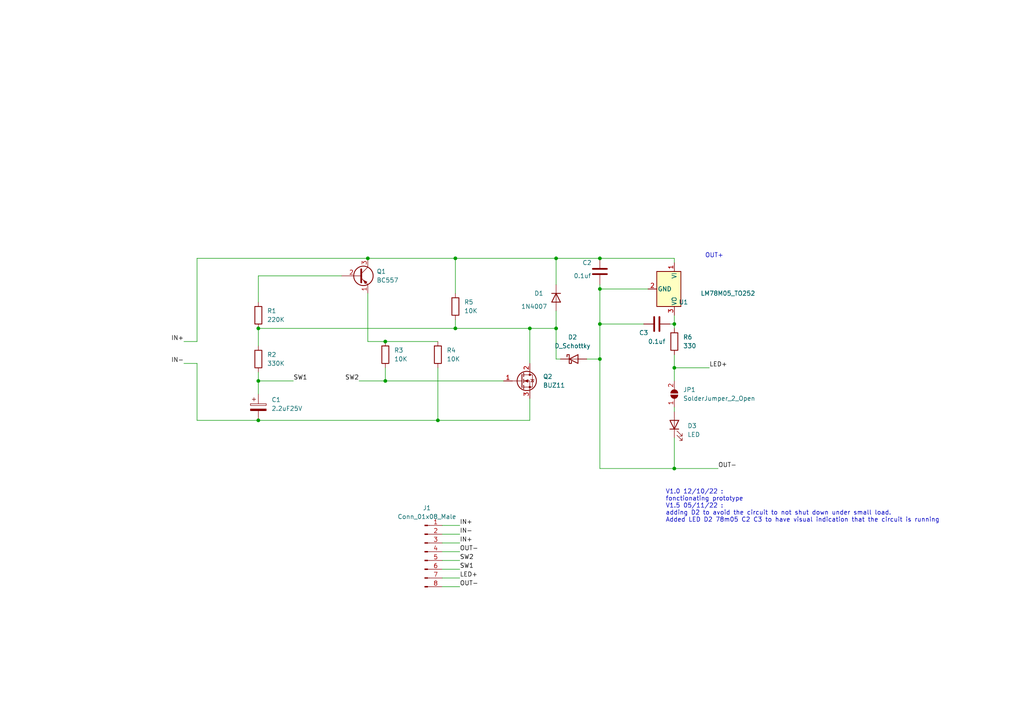
<source format=kicad_sch>
(kicad_sch (version 20211123) (generator eeschema)
  (paper "A4")
  (lib_symbols
    (symbol "Connector:Conn_01x08_Male" (pin_names (offset 1.016) hide)
      (property "Reference" "J" (at 0 10.16 0))
      (property "Value" "Conn_01x08_Male" (at 0 -12.7 0))
      (symbol "Conn_01x08_Male_1_1"
        (polyline (pts (xy 1.27 -10.16) (xy 0.8636 -10.16)) (stroke (width 0.1524)))
        (polyline (pts (xy 1.27 -7.62) (xy 0.8636 -7.62)) (stroke (width 0.1524)))
        (polyline (pts (xy 1.27 -5.08) (xy 0.8636 -5.08)) (stroke (width 0.1524)))
        (polyline (pts (xy 1.27 -2.54) (xy 0.8636 -2.54)) (stroke (width 0.1524)))
        (polyline (pts (xy 1.27 0) (xy 0.8636 0)) (stroke (width 0.1524)))
        (polyline (pts (xy 1.27 2.54) (xy 0.8636 2.54)) (stroke (width 0.1524)))
        (polyline (pts (xy 1.27 5.08) (xy 0.8636 5.08)) (stroke (width 0.1524)))
        (polyline (pts (xy 1.27 7.62) (xy 0.8636 7.62)) (stroke (width 0.1524)))
        (rectangle (start 0.8636 -10.033) (end 0 -10.287) (stroke (width 0.1524)) (fill (type outline)))
        (rectangle (start 0.8636 -7.493) (end 0 -7.747) (stroke (width 0.1524)) (fill (type outline)))
        (rectangle (start 0.8636 -4.953) (end 0 -5.207) (stroke (width 0.1524)) (fill (type outline)))
        (rectangle (start 0.8636 -2.413) (end 0 -2.667) (stroke (width 0.1524)) (fill (type outline)))
        (rectangle (start 0.8636 0.127) (end 0 -0.127) (stroke (width 0.1524)) (fill (type outline)))
        (rectangle (start 0.8636 2.667) (end 0 2.413) (stroke (width 0.1524)) (fill (type outline)))
        (rectangle (start 0.8636 5.207) (end 0 4.953) (stroke (width 0.1524)) (fill (type outline)))
        (rectangle (start 0.8636 7.747) (end 0 7.493) (stroke (width 0.1524)) (fill (type outline)))
        (pin passive line (at 5.08 7.62 180) (length 3.81) (name "Pin_1") (number "1"))
        (pin passive line (at 5.08 5.08 180) (length 3.81) (name "Pin_2") (number "2"))
        (pin passive line (at 5.08 2.54 180) (length 3.81) (name "Pin_3") (number "3"))
        (pin passive line (at 5.08 0 180) (length 3.81) (name "Pin_4") (number "4"))
        (pin passive line (at 5.08 -2.54 180) (length 3.81) (name "Pin_5") (number "5"))
        (pin passive line (at 5.08 -5.08 180) (length 3.81) (name "Pin_6") (number "6"))
        (pin passive line (at 5.08 -7.62 180) (length 3.81) (name "Pin_7") (number "7"))
        (pin passive line (at 5.08 -10.16 180) (length 3.81) (name "Pin_8") (number "8"))
      )
    )
    (symbol "Device:C" (pin_numbers hide) (pin_names (offset 0.254))
      (property "Reference" "C" (at 0.635 2.54 0))
      (property "Value" "C" (at 0.635 -2.54 0))
      (symbol "C_0_1"
        (polyline (pts (xy -2.032 -0.762) (xy 2.032 -0.762)) (stroke (width 0.508)))
        (polyline (pts (xy -2.032 0.762) (xy 2.032 0.762)) (stroke (width 0.508)))
      )
      (symbol "C_1_1"
        (pin passive line (at 0 3.81 270) (length 2.794) (name "~") (number "1"))
        (pin passive line (at 0 -3.81 90) (length 2.794) (name "~") (number "2"))
      )
    )
    (symbol "Device:C_Polarized" (pin_numbers hide) (pin_names (offset 0.254))
      (property "Reference" "C" (at 0.635 2.54 0))
      (property "Value" "C_Polarized" (at 0.635 -2.54 0))
      (symbol "C_Polarized_0_1"
        (rectangle (start -2.286 0.508) (end 2.286 1.016))
        (polyline (pts (xy -1.778 2.286) (xy -0.762 2.286)))
        (polyline (pts (xy -1.27 2.794) (xy -1.27 1.778)))
        (rectangle (start 2.286 -0.508) (end -2.286 -1.016) (fill (type outline)))
      )
      (symbol "C_Polarized_1_1"
        (pin passive line (at 0 3.81 270) (length 2.794) (name "~") (number "1"))
        (pin passive line (at 0 -3.81 90) (length 2.794) (name "~") (number "2"))
      )
    )
    (symbol "Device:D_Schottky" (pin_numbers hide) (pin_names (offset 1.016) hide)
      (property "Reference" "D" (at 0 2.54 0))
      (property "Value" "D_Schottky" (at 0 -2.54 0))
      (symbol "D_Schottky_0_1"
        (polyline (pts (xy 1.27 0) (xy -1.27 0)))
        (polyline (pts (xy 1.27 1.27) (xy 1.27 -1.27) (xy -1.27 0) (xy 1.27 1.27)) (stroke (width 0.254)))
        (polyline (pts (xy -1.905 0.635) (xy -1.905 1.27) (xy -1.27 1.27) (xy -1.27 -1.27) (xy -0.635 -1.27) (xy -0.635 -0.635)) (stroke (width 0.254)))
      )
      (symbol "D_Schottky_1_1"
        (pin passive line (at -3.81 0 0) (length 2.54) (name "K") (number "1"))
        (pin passive line (at 3.81 0 180) (length 2.54) (name "A") (number "2"))
      )
    )
    (symbol "Device:LED" (pin_numbers hide) (pin_names (offset 1.016) hide)
      (property "Reference" "D" (at 0 2.54 0))
      (property "Value" "LED" (at 0 -2.54 0))
      (symbol "LED_0_1"
        (polyline (pts (xy -1.27 -1.27) (xy -1.27 1.27)) (stroke (width 0.254)))
        (polyline (pts (xy -1.27 0) (xy 1.27 0)))
        (polyline (pts (xy 1.27 -1.27) (xy 1.27 1.27) (xy -1.27 0) (xy 1.27 -1.27)) (stroke (width 0.254)))
        (polyline (pts (xy -3.048 -0.762) (xy -4.572 -2.286) (xy -3.81 -2.286) (xy -4.572 -2.286) (xy -4.572 -1.524)))
        (polyline (pts (xy -1.778 -0.762) (xy -3.302 -2.286) (xy -2.54 -2.286) (xy -3.302 -2.286) (xy -3.302 -1.524)))
      )
      (symbol "LED_1_1"
        (pin passive line (at -3.81 0 0) (length 2.54) (name "K") (number "1"))
        (pin passive line (at 3.81 0 180) (length 2.54) (name "A") (number "2"))
      )
    )
    (symbol "Device:R" (pin_numbers hide) (pin_names (offset 0))
      (property "Reference" "R" (at 2.032 0 90))
      (property "Value" "R" (at 0 0 90))
      (symbol "R_0_1"
        (rectangle (start -1.016 -2.54) (end 1.016 2.54) (stroke (width 0.254)))
      )
      (symbol "R_1_1"
        (pin passive line (at 0 3.81 270) (length 1.27) (name "~") (number "1"))
        (pin passive line (at 0 -3.81 90) (length 1.27) (name "~") (number "2"))
      )
    )
    (symbol "Diode:1N4007" (pin_numbers hide) (pin_names (offset 1.016) hide)
      (property "Reference" "D" (at 0 2.54 0))
      (property "Value" "1N4007" (at 0 -2.54 0))
      (symbol "1N4007_0_1"
        (polyline (pts (xy -1.27 1.27) (xy -1.27 -1.27)) (stroke (width 0.254)))
        (polyline (pts (xy 1.27 0) (xy -1.27 0)))
        (polyline (pts (xy 1.27 1.27) (xy 1.27 -1.27) (xy -1.27 0) (xy 1.27 1.27)) (stroke (width 0.254)))
      )
      (symbol "1N4007_1_1"
        (pin passive line (at -3.81 0 0) (length 2.54) (name "K") (number "1"))
        (pin passive line (at 3.81 0 180) (length 2.54) (name "A") (number "2"))
      )
    )
    (symbol "Jumper:SolderJumper_2_Open" (pin_names (offset 0) hide)
      (property "Reference" "JP" (at 0 2.032 0))
      (property "Value" "SolderJumper_2_Open" (at 0 -2.54 0))
      (symbol "SolderJumper_2_Open_0_1"
        (arc (start -0.254 1.016) (mid -1.27 0) (end -0.254 -1.016))
        (arc (start -0.254 1.016) (mid -1.27 0) (end -0.254 -1.016) (fill (type outline)))
        (polyline (pts (xy -0.254 1.016) (xy -0.254 -1.016)))
        (polyline (pts (xy 0.254 1.016) (xy 0.254 -1.016)))
        (arc (start 0.254 -1.016) (mid 1.27 0) (end 0.254 1.016))
        (arc (start 0.254 -1.016) (mid 1.27 0) (end 0.254 1.016) (fill (type outline)))
      )
      (symbol "SolderJumper_2_Open_1_1"
        (pin passive line (at -3.81 0 0) (length 2.54) (name "A") (number "1"))
        (pin passive line (at 3.81 0 180) (length 2.54) (name "B") (number "2"))
      )
    )
    (symbol "Regulator_Linear:LM78M05_TO252" (pin_names (offset 0.254))
      (property "Reference" "U1" (at 3.81 1.2701 90))
      (property "Value" "LM78M05_TO252" (at 3.81 -1.2699 90))
      (symbol "LM78M05_TO252_0_1"
        (rectangle (start -5.08 1.905) (end 5.08 -5.08) (stroke (width 0.254)) (fill (type background)))
      )
      (symbol "LM78M05_TO252_1_1"
        (pin input line (at -7.62 0 0) (length 2.54) (name "VI") (number "1"))
        (pin input line (at 0 -7.62 90) (length 2.54) (name "GND") (number "2"))
        (pin output line (at 7.62 0 180) (length 2.54) (name "VO") (number "3"))
      )
    )
    (symbol "Transistor_BJT:BC557" (pin_names (offset 0) hide)
      (property "Reference" "Q1" (at 5.08 1.2701 0))
      (property "Value" "BC557" (at 5.08 -1.2699 0))
      (symbol "BC557_0_1"
        (polyline (pts (xy 0.635 0.635) (xy 2.54 2.54)))
        (polyline (pts (xy 0.635 -0.635) (xy 2.54 -2.54) (xy 2.54 -2.54)))
        (polyline (pts (xy 0.635 1.905) (xy 0.635 -1.905) (xy 0.635 -1.905)) (stroke (width 0.508)))
        (polyline (pts (xy 2.286 -1.778) (xy 1.778 -2.286) (xy 1.27 -1.27) (xy 2.286 -1.778) (xy 2.286 -1.778)) (fill (type outline)))
        (circle (center 1.27 0) (radius 2.8194) (stroke (width 0.254)))
      )
      (symbol "BC557_1_1"
        (pin passive line (at 2.54 -5.08 90) (length 2.54) (name "E") (number "1"))
        (pin input line (at -5.08 0 0) (length 5.715) (name "B") (number "2"))
        (pin passive line (at 2.54 5.08 270) (length 2.54) (name "C") (number "3"))
      )
    )
    (symbol "Transistor_FET:BUZ11" (pin_names hide)
      (property "Reference" "Q" (at 6.35 1.905 0))
      (property "Value" "BUZ11" (at 6.35 0 0))
      (symbol "BUZ11_0_1"
        (polyline (pts (xy 0.254 0) (xy -2.54 0)))
        (polyline (pts (xy 0.254 1.905) (xy 0.254 -1.905)) (stroke (width 0.254)))
        (polyline (pts (xy 0.762 -1.27) (xy 0.762 -2.286)) (stroke (width 0.254)))
        (polyline (pts (xy 0.762 0.508) (xy 0.762 -0.508)) (stroke (width 0.254)))
        (polyline (pts (xy 0.762 2.286) (xy 0.762 1.27)) (stroke (width 0.254)))
        (polyline (pts (xy 2.54 2.54) (xy 2.54 1.778)))
        (polyline (pts (xy 2.54 -2.54) (xy 2.54 0) (xy 0.762 0)))
        (polyline (pts (xy 0.762 -1.778) (xy 3.302 -1.778) (xy 3.302 1.778) (xy 0.762 1.778)))
        (polyline (pts (xy 1.016 0) (xy 2.032 0.381) (xy 2.032 -0.381) (xy 1.016 0)) (fill (type outline)))
        (polyline (pts (xy 2.794 0.508) (xy 2.921 0.381) (xy 3.683 0.381) (xy 3.81 0.254)))
        (polyline (pts (xy 3.302 0.381) (xy 2.921 -0.254) (xy 3.683 -0.254) (xy 3.302 0.381)))
        (circle (center 1.651 0) (radius 2.794) (stroke (width 0.254)))
        (circle (center 2.54 -1.778) (radius 0.254) (fill (type outline)))
        (circle (center 2.54 1.778) (radius 0.254) (fill (type outline)))
      )
      (symbol "BUZ11_1_1"
        (pin input line (at -5.08 0 0) (length 2.54) (name "G") (number "1"))
        (pin passive line (at 2.54 5.08 270) (length 2.54) (name "D") (number "2"))
        (pin passive line (at 2.54 -5.08 90) (length 2.54) (name "S") (number "3"))
      )
    )
  )
  (junction (at 173.99 104.14))
  (junction (at 106.68 74.93))
  (junction (at 111.76 99.06))
  (junction (at 132.08 74.93))
  (junction (at 74.93 121.92))
  (junction (at 74.93 95.25))
  (junction (at 161.29 95.25))
  (junction (at 161.29 74.93))
  (junction (at 173.99 93.98))
  (junction (at 195.58 135.89))
  (junction (at 173.99 83.82))
  (junction (at 132.08 95.25))
  (junction (at 173.99 74.93))
  (junction (at 195.58 93.98))
  (junction (at 111.76 110.49))
  (junction (at 127 121.92))
  (junction (at 74.93 110.49))
  (junction (at 153.67 95.25))
  (junction (at 195.58 106.68))
  (wire (pts (xy 74.93 95.25) (xy 132.08 95.25)))
  (wire (pts (xy 74.93 80.01) (xy 99.06 80.01)))
  (wire (pts (xy 57.15 121.92) (xy 74.93 121.92)))
  (wire (pts (xy 106.68 74.93) (xy 132.08 74.93)))
  (wire (pts (xy 127 106.68) (xy 127 121.92)))
  (wire (pts (xy 132.08 74.93) (xy 161.29 74.93)))
  (wire (pts (xy 128.27 152.4) (xy 133.35 152.4)))
  (wire (pts (xy 173.99 104.14) (xy 173.99 135.89)))
  (wire (pts (xy 195.58 93.98) (xy 195.58 95.25)))
  (wire (pts (xy 173.99 82.55) (xy 173.99 83.82)))
  (wire (pts (xy 161.29 104.14) (xy 161.29 95.25)))
  (wire (pts (xy 53.34 105.41) (xy 57.15 105.41)))
  (wire (pts (xy 132.08 74.93) (xy 132.08 85.09)))
  (wire (pts (xy 53.34 99.06) (xy 57.15 99.06)))
  (wire (pts (xy 153.67 95.25) (xy 153.67 105.41)))
  (wire (pts (xy 128.27 157.48) (xy 133.35 157.48)))
  (wire (pts (xy 161.29 95.25) (xy 153.67 95.25)))
  (wire (pts (xy 161.29 74.93) (xy 161.29 82.55)))
  (wire (pts (xy 195.58 76.2) (xy 195.58 74.93)))
  (wire (pts (xy 74.93 110.49) (xy 74.93 114.3)))
  (wire (pts (xy 57.15 74.93) (xy 106.68 74.93)))
  (wire (pts (xy 173.99 83.82) (xy 187.96 83.82)))
  (wire (pts (xy 74.93 87.63) (xy 74.93 80.01)))
  (wire (pts (xy 170.18 104.14) (xy 173.99 104.14)))
  (wire (pts (xy 195.58 106.68) (xy 195.58 110.49)))
  (wire (pts (xy 153.67 115.57) (xy 153.67 121.92)))
  (wire (pts (xy 161.29 104.14) (xy 162.56 104.14)))
  (wire (pts (xy 74.93 107.95) (xy 74.93 110.49)))
  (wire (pts (xy 106.68 99.06) (xy 111.76 99.06)))
  (wire (pts (xy 104.14 110.49) (xy 111.76 110.49)))
  (wire (pts (xy 195.58 106.68) (xy 205.74 106.68)))
  (wire (pts (xy 195.58 118.11) (xy 195.58 119.38)))
  (wire (pts (xy 173.99 135.89) (xy 195.58 135.89)))
  (wire (pts (xy 173.99 93.98) (xy 173.99 104.14)))
  (wire (pts (xy 132.08 95.25) (xy 153.67 95.25)))
  (wire (pts (xy 195.58 135.89) (xy 208.28 135.89)))
  (wire (pts (xy 128.27 162.56) (xy 133.35 162.56)))
  (wire (pts (xy 128.27 170.18) (xy 133.35 170.18)))
  (wire (pts (xy 132.08 95.25) (xy 132.08 92.71)))
  (wire (pts (xy 111.76 106.68) (xy 111.76 110.49)))
  (wire (pts (xy 74.93 95.25) (xy 74.93 100.33)))
  (wire (pts (xy 161.29 74.93) (xy 173.99 74.93)))
  (wire (pts (xy 74.93 110.49) (xy 85.09 110.49)))
  (wire (pts (xy 111.76 110.49) (xy 146.05 110.49)))
  (wire (pts (xy 111.76 99.06) (xy 127 99.06)))
  (wire (pts (xy 128.27 160.02) (xy 133.35 160.02)))
  (wire (pts (xy 57.15 121.92) (xy 57.15 105.41)))
  (wire (pts (xy 128.27 167.64) (xy 133.35 167.64)))
  (wire (pts (xy 173.99 93.98) (xy 186.69 93.98)))
  (wire (pts (xy 173.99 83.82) (xy 173.99 93.98)))
  (wire (pts (xy 106.68 85.09) (xy 106.68 99.06)))
  (wire (pts (xy 161.29 90.17) (xy 161.29 95.25)))
  (wire (pts (xy 195.58 102.87) (xy 195.58 106.68)))
  (wire (pts (xy 195.58 127) (xy 195.58 135.89)))
  (wire (pts (xy 57.15 74.93) (xy 57.15 99.06)))
  (wire (pts (xy 195.58 91.44) (xy 195.58 93.98)))
  (wire (pts (xy 173.99 74.93) (xy 195.58 74.93)))
  (wire (pts (xy 128.27 165.1) (xy 133.35 165.1)))
  (wire (pts (xy 127 121.92) (xy 153.67 121.92)))
  (wire (pts (xy 74.93 121.92) (xy 127 121.92)))
  (wire (pts (xy 194.31 93.98) (xy 195.58 93.98)))
  (wire (pts (xy 128.27 154.94) (xy 133.35 154.94)))
  (text "V1.0 12/10/22 : \nfonctionating prototype\nV1.5 05/11/22 : \nadding D2 to avoid the circuit to not shut down under small load. \nAdded LED D2 78m05 C2 C3 to have visual indication that the circuit is running\n\n" (at 193.04 153.67 0) (effects (font (size 1.27 1.27)) (justify left bottom)))
  (text "OUT+" (at 204.47 74.93 0) (effects (font (size 1.27 1.27)) (justify left bottom)))
  (label "OUT-" (at 133.35 160.02 0))
  (label "LED+" (at 205.74 106.68 0))
  (label "SW2" (at 104.14 110.49 180))
  (label "OUT-" (at 208.28 135.89 0))
  (label "LED+" (at 133.35 167.64 0))
  (label "IN+" (at 133.35 157.48 0))
  (label "SW1" (at 133.35 165.1 0))
  (label "IN-" (at 53.34 105.41 180))
  (label "IN-" (at 133.35 154.94 0))
  (label "OUT-" (at 133.35 170.18 0))
  (label "IN+" (at 53.34 99.06 180))
  (label "IN+" (at 133.35 152.4 0))
  (label "SW1" (at 85.09 110.49 0))
  (label "SW2" (at 133.35 162.56 0))
  (symbol (lib_id "Regulator_Linear:LM78M05_TO252") (at 195.58 83.82 270) (unit 1)
    (property "Reference" "U1" (at 196.8501 87.63 90) (effects (justify left)))
    (property "Value" "LM78M05_TO252" (at 203.2 85.09 90) (effects (justify left)))
    (property "Footprint" "Package_TO_SOT_SMD:TO-252-2" (effects hide))
    (property "Datasheet" "https://www.onsemi.com/pub/Collateral/MC78M00-D.PDF" (effects hide))
  )
  (symbol (lib_id "Device:R") (at 74.93 104.14 0) (unit 1)
    (property "Reference" "R2" (at 77.47 102.8699 0) (effects (justify left)))
    (property "Value" "330K" (at 77.47 105.4099 0) (effects (justify left)))
    (property "Footprint" "Resistor_SMD:R_1206_3216Metric_Pad1.30x1.75mm_HandSolder" (effects hide))
  )
  (symbol (lib_id "Device:R") (at 195.58 99.06 0) (unit 1)
    (property "Reference" "R6" (at 198.12 97.7899 0) (effects (justify left)))
    (property "Value" "330" (at 198.12 100.3299 0) (effects (justify left)))
    (property "Footprint" "Resistor_SMD:R_1206_3216Metric_Pad1.30x1.75mm_HandSolder" (effects hide))
  )
  (symbol (lib_id "Connector:Conn_01x08_Male") (at 123.19 160.02 0) (unit 1)
    (property "Reference" "J1" (at 123.825 147.32 0))
    (property "Value" "Conn_01x08_Male" (at 123.825 149.86 0))
    (property "Footprint" "Connector_PinHeader_2.54mm:PinHeader_1x08_P2.54mm_Vertical" (effects hide))
  )
  (symbol (lib_id "Device:D_Schottky") (at 166.37 104.14 0) (unit 1)
    (property "Reference" "D2" (at 166.0525 97.79 0))
    (property "Value" "D_Schottky" (at 166.0525 100.33 0))
    (property "Footprint" "Diode_THT:D_DO-27_P12.70mm_Horizontal" (effects hide))
  )
  (symbol (lib_id "Jumper:SolderJumper_2_Open") (at 195.58 114.3 90) (unit 1)
    (property "Reference" "JP1" (at 198.12 113.0299 90) (effects (justify right)))
    (property "Value" "SolderJumper_2_Open" (at 198.12 115.5699 90) (effects (justify right)))
    (property "Footprint" "Jumper:SolderJumper-2_P1.3mm_Open_RoundedPad1.0x1.5mm" (effects hide))
  )
  (symbol (lib_id "Transistor_FET:BUZ11") (at 151.13 110.49 0) (unit 1)
    (property "Reference" "Q2" (at 157.48 109.2199 0) (effects (justify left)))
    (property "Value" "BUZ11" (at 157.48 111.7599 0) (effects (justify left)))
    (property "Footprint" "Package_TO_SOT_THT:TO-220F-3_Horizontal_TabDown" (effects hide))
    (property "Datasheet" "https://media.digikey.com/pdf/Data%20Sheets/Fairchild%20PDFs/BUZ11.pdf" (effects hide))
  )
  (symbol (lib_id "Transistor_BJT:BC557") (at 104.14 80.01 0) (unit 1)
    (property "Reference" "Q1" (at 109.22 78.7399 0) (effects (justify left)))
    (property "Value" "BC557" (at 109.22 81.2799 0) (effects (justify left)))
    (property "Footprint" "Package_TO_SOT_THT:TO-92_Inline" (effects hide))
    (property "Datasheet" "https://www.onsemi.com/pub/Collateral/BC556BTA-D.pdf" (effects hide))
  )
  (symbol (lib_id "Diode:1N4007") (at 161.29 86.36 270) (unit 1)
    (property "Reference" "D1" (at 154.94 85.09 90) (effects (justify left)))
    (property "Value" "1N4007" (at 151.13 88.9 90) (effects (justify left)))
    (property "Footprint" "Diode_SMD:D_SMA" (effects hide))
    (property "Datasheet" "http://www.vishay.com/docs/88503/1n4001.pdf" (effects hide))
  )
  (symbol (lib_id "Device:R") (at 111.76 102.87 0) (unit 1)
    (property "Reference" "R3" (at 114.3 101.5999 0) (effects (justify left)))
    (property "Value" "10K" (at 114.3 104.1399 0) (effects (justify left)))
    (property "Footprint" "Resistor_SMD:R_1206_3216Metric_Pad1.30x1.75mm_HandSolder" (effects hide))
  )
  (symbol (lib_id "Device:C") (at 173.99 78.74 0) (unit 1)
    (property "Reference" "C2" (at 168.91 76.2 0) (effects (justify left)))
    (property "Value" "0.1uf" (at 166.37 80.01 0) (effects (justify left)))
    (property "Footprint" "Capacitor_SMD:C_1206_3216Metric_Pad1.33x1.80mm_HandSolder" (effects hide))
  )
  (symbol (lib_id "Device:C") (at 190.5 93.98 90) (unit 1)
    (property "Reference" "C3" (at 186.69 96.52 90))
    (property "Value" "0.1uf" (at 190.5 99.06 90))
    (property "Footprint" "Capacitor_SMD:C_1206_3216Metric_Pad1.33x1.80mm_HandSolder" (effects hide))
  )
  (symbol (lib_id "Device:R") (at 74.93 91.44 0) (unit 1)
    (property "Reference" "R1" (at 77.47 90.1699 0) (effects (justify left)))
    (property "Value" "220K" (at 77.47 92.7099 0) (effects (justify left)))
    (property "Footprint" "Resistor_SMD:R_1206_3216Metric_Pad1.30x1.75mm_HandSolder" (effects hide))
  )
  (symbol (lib_id "Device:LED") (at 195.58 123.19 90) (unit 1)
    (property "Reference" "D3" (at 199.39 123.5074 90) (effects (justify right)))
    (property "Value" "LED" (at 199.39 126.0474 90) (effects (justify right)))
    (property "Footprint" "LED_SMD:LED_1206_3216Metric_Pad1.42x1.75mm_HandSolder" (effects hide))
  )
  (symbol (lib_id "Device:R") (at 127 102.87 0) (unit 1)
    (property "Reference" "R4" (at 129.54 101.5999 0) (effects (justify left)))
    (property "Value" "10K" (at 129.54 104.1399 0) (effects (justify left)))
    (property "Footprint" "Resistor_SMD:R_1206_3216Metric_Pad1.30x1.75mm_HandSolder" (effects hide))
  )
  (symbol (lib_id "Device:R") (at 132.08 88.9 0) (unit 1)
    (property "Reference" "R5" (at 134.62 87.6299 0) (effects (justify left)))
    (property "Value" "10K" (at 134.62 90.1699 0) (effects (justify left)))
    (property "Footprint" "Resistor_SMD:R_1206_3216Metric_Pad1.30x1.75mm_HandSolder" (effects hide))
  )
  (symbol (lib_id "Device:C_Polarized") (at 74.93 118.11 0) (unit 1)
    (property "Reference" "C1" (at 78.74 115.9509 0) (effects (justify left)))
    (property "Value" "2.2uF25V" (at 78.74 118.4909 0) (effects (justify left)))
    (property "Footprint" "Capacitor_SMD:CP_Elec_4x5.4" (effects hide))
  )
)
</source>
